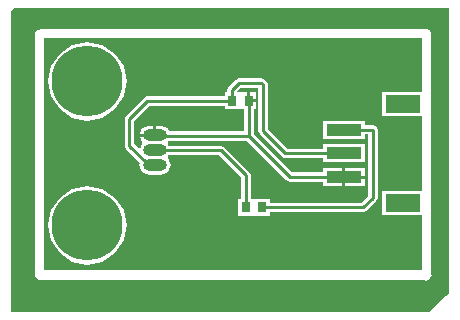
<source format=gtl>
%FSLAX23Y23*%
%MOIN*%
G70*
G01*
G75*
G04 Layer_Physical_Order=1*
G04 Layer_Color=255*
%ADD10R,0.118X0.059*%
%ADD11R,0.118X0.039*%
%ADD12R,0.031X0.035*%
%ADD13C,0.010*%
%ADD14O,0.079X0.039*%
%ADD15O,0.079X0.039*%
%ADD16C,0.236*%
%ADD17C,0.039*%
G36*
X1365Y-60D02*
X1355Y-70D01*
X1300Y-125D01*
X-95D01*
Y880D01*
X-85Y890D01*
X1365D01*
Y-60D01*
D02*
G37*
%LPC*%
G36*
X1290Y821D02*
X5D01*
X-6Y816D01*
X-7Y816D01*
X-11Y814D01*
X-16Y802D01*
Y5D01*
X-15Y2D01*
X-16Y0D01*
X-11Y-11D01*
X0Y-16D01*
X1284D01*
X1290Y-19D01*
X1301Y-14D01*
X1302Y-12D01*
X1303Y-11D01*
X1307Y0D01*
X1306Y3D01*
Y805D01*
X1301Y816D01*
X1290Y821D01*
D02*
G37*
%LPD*%
G36*
X1274Y610D02*
X1143D01*
Y531D01*
X1274D01*
Y279D01*
X1143D01*
Y200D01*
X1274D01*
Y16D01*
X16D01*
Y789D01*
X1274D01*
Y610D01*
D02*
G37*
%LPC*%
G36*
X1084Y321D02*
X1020D01*
Y297D01*
X1084D01*
Y321D01*
D02*
G37*
G36*
X160Y296D02*
X110Y286D01*
X68Y257D01*
X39Y215D01*
X29Y165D01*
X39Y115D01*
X68Y73D01*
X110Y44D01*
X160Y34D01*
X210Y44D01*
X252Y73D01*
X281Y115D01*
X291Y165D01*
X281Y215D01*
X252Y257D01*
X210Y286D01*
X160Y296D01*
D02*
G37*
G36*
X1084Y356D02*
X1020D01*
Y331D01*
X1084D01*
Y356D01*
D02*
G37*
G36*
X160Y776D02*
X110Y766D01*
X68Y737D01*
X39Y695D01*
X29Y645D01*
X39Y595D01*
X68Y553D01*
X110Y524D01*
X160Y514D01*
X210Y524D01*
X252Y553D01*
X281Y595D01*
X291Y645D01*
X281Y695D01*
X252Y737D01*
X210Y766D01*
X160Y776D01*
D02*
G37*
G36*
X723Y608D02*
X703D01*
Y585D01*
X723D01*
Y608D01*
D02*
G37*
G36*
X740Y656D02*
X665D01*
X654Y651D01*
X631Y629D01*
X626Y617D01*
Y608D01*
X617D01*
Y596D01*
X360D01*
X349Y591D01*
X289Y531D01*
X284Y520D01*
Y431D01*
X284Y431D01*
X284Y431D01*
X289Y420D01*
X336Y372D01*
X333Y365D01*
X343Y342D01*
X365Y333D01*
X405D01*
X427Y342D01*
X437Y365D01*
X427Y388D01*
D01*
Y392D01*
X427Y392D01*
X427D01*
X430Y399D01*
X598D01*
X671Y326D01*
Y253D01*
X662D01*
Y197D01*
X713D01*
Y197D01*
X713D01*
X713Y197D01*
X717D01*
Y197D01*
X768D01*
Y209D01*
X1080D01*
X1091Y214D01*
X1123Y245D01*
X1127Y256D01*
Y484D01*
X1123Y495D01*
X1111Y500D01*
X1084D01*
Y513D01*
X946D01*
Y454D01*
X1084D01*
Y468D01*
X1095D01*
Y263D01*
X1073Y241D01*
X768D01*
Y253D01*
X717D01*
D01*
D01*
X717Y253D01*
X713D01*
Y253D01*
X704D01*
Y333D01*
X699Y344D01*
X616Y426D01*
X605Y431D01*
X430D01*
X427Y438D01*
D01*
X427Y438D01*
Y442D01*
X427D01*
X429Y446D01*
X691D01*
X822Y315D01*
X822Y315D01*
X822D01*
X822Y315D01*
X822D01*
Y315D01*
D01*
D01*
D01*
D01*
X822D01*
Y315D01*
D01*
X834Y310D01*
X946D01*
Y297D01*
X1010D01*
Y326D01*
Y356D01*
X946D01*
Y342D01*
X840D01*
X714Y469D01*
Y552D01*
X723D01*
Y575D01*
X698D01*
Y580D01*
X693D01*
Y608D01*
X672D01*
D01*
D01*
X672Y608D01*
X668D01*
Y608D01*
X662D01*
X660Y612D01*
X672Y624D01*
X729D01*
Y480D01*
X729Y480D01*
X729Y480D01*
X734Y469D01*
X809Y394D01*
X820Y389D01*
X946D01*
Y375D01*
X1084D01*
Y435D01*
X946D01*
Y421D01*
X827D01*
X761Y487D01*
Y635D01*
X756Y646D01*
X751Y651D01*
X740Y656D01*
D02*
G37*
%LPD*%
G36*
X617Y552D02*
X668D01*
Y552D01*
X668D01*
X668Y552D01*
X672D01*
Y552D01*
X681D01*
Y479D01*
X431D01*
X427Y488D01*
X405Y497D01*
X390D01*
Y465D01*
X385D01*
Y460D01*
X335D01*
X343Y442D01*
D01*
Y442D01*
Y442D01*
D01*
X343Y438D01*
X343D01*
X337Y423D01*
X332Y422D01*
X316Y438D01*
Y513D01*
X367Y564D01*
X617D01*
Y552D01*
D02*
G37*
%LPC*%
G36*
X380Y497D02*
X365D01*
X343Y488D01*
X335Y470D01*
X380D01*
Y497D01*
D02*
G37*
%LPD*%
D10*
X1212Y240D02*
D03*
Y570D02*
D03*
D11*
X1015Y484D02*
D03*
Y326D02*
D03*
Y405D02*
D03*
Y484D02*
D03*
D12*
X698Y580D02*
D03*
X642D02*
D03*
X687Y225D02*
D03*
X743D02*
D03*
D13*
X687D02*
Y333D01*
X605Y415D02*
X687Y333D01*
X385Y415D02*
X605D01*
X370Y380D02*
X385Y365D01*
X351Y380D02*
X370D01*
X300Y431D02*
X351Y380D01*
X300Y431D02*
Y520D01*
X360Y580D01*
X642D01*
X385Y465D02*
X388Y462D01*
X698D01*
X743Y225D02*
X1080D01*
X1111Y256D01*
Y484D01*
X1015D02*
X1111D01*
X642Y580D02*
Y617D01*
X665Y640D01*
X740D01*
X745Y635D01*
Y480D02*
Y635D01*
Y480D02*
X820Y405D01*
X1015D01*
X698Y462D02*
Y580D01*
Y462D02*
X834Y326D01*
X1015D01*
D14*
X385Y465D02*
D03*
Y415D02*
D03*
D15*
Y365D02*
D03*
D16*
X160Y645D02*
D03*
Y165D02*
D03*
D17*
X249Y645D02*
D03*
X223Y582D02*
D03*
X160Y556D02*
D03*
X97Y582D02*
D03*
X71Y645D02*
D03*
X160Y734D02*
D03*
X223Y708D02*
D03*
X97D02*
D03*
Y228D02*
D03*
X223D02*
D03*
X160Y254D02*
D03*
X71Y165D02*
D03*
X97Y102D02*
D03*
X160Y76D02*
D03*
X223Y102D02*
D03*
X249Y165D02*
D03*
M02*

</source>
